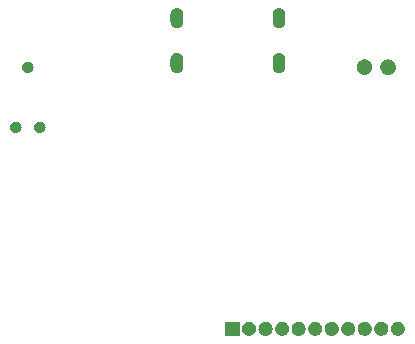
<source format=gbr>
%TF.GenerationSoftware,KiCad,Pcbnew,8.0.3*%
%TF.CreationDate,2024-07-26T16:59:45-04:00*%
%TF.ProjectId,Health_Watch,4865616c-7468-45f5-9761-7463682e6b69,rev?*%
%TF.SameCoordinates,Original*%
%TF.FileFunction,Soldermask,Bot*%
%TF.FilePolarity,Negative*%
%FSLAX46Y46*%
G04 Gerber Fmt 4.6, Leading zero omitted, Abs format (unit mm)*
G04 Created by KiCad (PCBNEW 8.0.3) date 2024-07-26 16:59:45*
%MOMM*%
%LPD*%
G01*
G04 APERTURE LIST*
G04 APERTURE END LIST*
G36*
X119300000Y-67700000D02*
G01*
X118100000Y-67700000D01*
X118100000Y-66500000D01*
X119300000Y-66500000D01*
X119300000Y-67700000D01*
G37*
G36*
X120138768Y-66505104D02*
G01*
X120172234Y-66505104D01*
X120210606Y-66514561D01*
X120255291Y-66520445D01*
X120285881Y-66533115D01*
X120312501Y-66539677D01*
X120352863Y-66560860D01*
X120400000Y-66580385D01*
X120421502Y-66596884D01*
X120440422Y-66606814D01*
X120479104Y-66641084D01*
X120524264Y-66675736D01*
X120537098Y-66692462D01*
X120548555Y-66702612D01*
X120581405Y-66750204D01*
X120619615Y-66800000D01*
X120625374Y-66813904D01*
X120630622Y-66821507D01*
X120653388Y-66881537D01*
X120679555Y-66944709D01*
X120680729Y-66953628D01*
X120681851Y-66956586D01*
X120690542Y-67028162D01*
X120700000Y-67100000D01*
X120690541Y-67171843D01*
X120681851Y-67243413D01*
X120680729Y-67246370D01*
X120679555Y-67255291D01*
X120653384Y-67318473D01*
X120630622Y-67378492D01*
X120625375Y-67386093D01*
X120619615Y-67400000D01*
X120581398Y-67449804D01*
X120548555Y-67497387D01*
X120537101Y-67507534D01*
X120524264Y-67524264D01*
X120479096Y-67558922D01*
X120440422Y-67593185D01*
X120421506Y-67603112D01*
X120400000Y-67619615D01*
X120352854Y-67639143D01*
X120312501Y-67660322D01*
X120285885Y-67666882D01*
X120255291Y-67679555D01*
X120210603Y-67685438D01*
X120172234Y-67694896D01*
X120138768Y-67694896D01*
X120100000Y-67700000D01*
X120061232Y-67694896D01*
X120027766Y-67694896D01*
X119989395Y-67685438D01*
X119944709Y-67679555D01*
X119914115Y-67666882D01*
X119887498Y-67660322D01*
X119847140Y-67639141D01*
X119800000Y-67619615D01*
X119778495Y-67603114D01*
X119759577Y-67593185D01*
X119720896Y-67558916D01*
X119675736Y-67524264D01*
X119662900Y-67507537D01*
X119651444Y-67497387D01*
X119618591Y-67449791D01*
X119580385Y-67400000D01*
X119574626Y-67386096D01*
X119569377Y-67378492D01*
X119546603Y-67318444D01*
X119520445Y-67255291D01*
X119519271Y-67246374D01*
X119518148Y-67243413D01*
X119509445Y-67171746D01*
X119500000Y-67100000D01*
X119509445Y-67028259D01*
X119518148Y-66956586D01*
X119519271Y-66953624D01*
X119520445Y-66944709D01*
X119546599Y-66881566D01*
X119569377Y-66821507D01*
X119574627Y-66813900D01*
X119580385Y-66800000D01*
X119618584Y-66750217D01*
X119651444Y-66702612D01*
X119662903Y-66692459D01*
X119675736Y-66675736D01*
X119720887Y-66641089D01*
X119759577Y-66606814D01*
X119778499Y-66596882D01*
X119800000Y-66580385D01*
X119847131Y-66560862D01*
X119887498Y-66539677D01*
X119914120Y-66533115D01*
X119944709Y-66520445D01*
X119989393Y-66514562D01*
X120027766Y-66505104D01*
X120061232Y-66505104D01*
X120100000Y-66500000D01*
X120138768Y-66505104D01*
G37*
G36*
X121538768Y-66505104D02*
G01*
X121572234Y-66505104D01*
X121610606Y-66514561D01*
X121655291Y-66520445D01*
X121685881Y-66533115D01*
X121712501Y-66539677D01*
X121752863Y-66560860D01*
X121800000Y-66580385D01*
X121821502Y-66596884D01*
X121840422Y-66606814D01*
X121879104Y-66641084D01*
X121924264Y-66675736D01*
X121937098Y-66692462D01*
X121948555Y-66702612D01*
X121981405Y-66750204D01*
X122019615Y-66800000D01*
X122025374Y-66813904D01*
X122030622Y-66821507D01*
X122053388Y-66881537D01*
X122079555Y-66944709D01*
X122080729Y-66953628D01*
X122081851Y-66956586D01*
X122090542Y-67028162D01*
X122100000Y-67100000D01*
X122090541Y-67171843D01*
X122081851Y-67243413D01*
X122080729Y-67246370D01*
X122079555Y-67255291D01*
X122053384Y-67318473D01*
X122030622Y-67378492D01*
X122025375Y-67386093D01*
X122019615Y-67400000D01*
X121981398Y-67449804D01*
X121948555Y-67497387D01*
X121937101Y-67507534D01*
X121924264Y-67524264D01*
X121879096Y-67558922D01*
X121840422Y-67593185D01*
X121821506Y-67603112D01*
X121800000Y-67619615D01*
X121752854Y-67639143D01*
X121712501Y-67660322D01*
X121685885Y-67666882D01*
X121655291Y-67679555D01*
X121610603Y-67685438D01*
X121572234Y-67694896D01*
X121538768Y-67694896D01*
X121500000Y-67700000D01*
X121461232Y-67694896D01*
X121427766Y-67694896D01*
X121389395Y-67685438D01*
X121344709Y-67679555D01*
X121314115Y-67666882D01*
X121287498Y-67660322D01*
X121247140Y-67639141D01*
X121200000Y-67619615D01*
X121178495Y-67603114D01*
X121159577Y-67593185D01*
X121120896Y-67558916D01*
X121075736Y-67524264D01*
X121062900Y-67507537D01*
X121051444Y-67497387D01*
X121018591Y-67449791D01*
X120980385Y-67400000D01*
X120974626Y-67386096D01*
X120969377Y-67378492D01*
X120946603Y-67318444D01*
X120920445Y-67255291D01*
X120919271Y-67246374D01*
X120918148Y-67243413D01*
X120909445Y-67171746D01*
X120900000Y-67100000D01*
X120909445Y-67028259D01*
X120918148Y-66956586D01*
X120919271Y-66953624D01*
X120920445Y-66944709D01*
X120946599Y-66881566D01*
X120969377Y-66821507D01*
X120974627Y-66813900D01*
X120980385Y-66800000D01*
X121018584Y-66750217D01*
X121051444Y-66702612D01*
X121062903Y-66692459D01*
X121075736Y-66675736D01*
X121120887Y-66641089D01*
X121159577Y-66606814D01*
X121178499Y-66596882D01*
X121200000Y-66580385D01*
X121247131Y-66560862D01*
X121287498Y-66539677D01*
X121314120Y-66533115D01*
X121344709Y-66520445D01*
X121389393Y-66514562D01*
X121427766Y-66505104D01*
X121461232Y-66505104D01*
X121500000Y-66500000D01*
X121538768Y-66505104D01*
G37*
G36*
X122938768Y-66505104D02*
G01*
X122972234Y-66505104D01*
X123010606Y-66514561D01*
X123055291Y-66520445D01*
X123085881Y-66533115D01*
X123112501Y-66539677D01*
X123152863Y-66560860D01*
X123200000Y-66580385D01*
X123221502Y-66596884D01*
X123240422Y-66606814D01*
X123279104Y-66641084D01*
X123324264Y-66675736D01*
X123337098Y-66692462D01*
X123348555Y-66702612D01*
X123381405Y-66750204D01*
X123419615Y-66800000D01*
X123425374Y-66813904D01*
X123430622Y-66821507D01*
X123453388Y-66881537D01*
X123479555Y-66944709D01*
X123480729Y-66953628D01*
X123481851Y-66956586D01*
X123490542Y-67028162D01*
X123500000Y-67100000D01*
X123490541Y-67171843D01*
X123481851Y-67243413D01*
X123480729Y-67246370D01*
X123479555Y-67255291D01*
X123453384Y-67318473D01*
X123430622Y-67378492D01*
X123425375Y-67386093D01*
X123419615Y-67400000D01*
X123381398Y-67449804D01*
X123348555Y-67497387D01*
X123337101Y-67507534D01*
X123324264Y-67524264D01*
X123279096Y-67558922D01*
X123240422Y-67593185D01*
X123221506Y-67603112D01*
X123200000Y-67619615D01*
X123152854Y-67639143D01*
X123112501Y-67660322D01*
X123085885Y-67666882D01*
X123055291Y-67679555D01*
X123010603Y-67685438D01*
X122972234Y-67694896D01*
X122938768Y-67694896D01*
X122900000Y-67700000D01*
X122861232Y-67694896D01*
X122827766Y-67694896D01*
X122789395Y-67685438D01*
X122744709Y-67679555D01*
X122714115Y-67666882D01*
X122687498Y-67660322D01*
X122647140Y-67639141D01*
X122600000Y-67619615D01*
X122578495Y-67603114D01*
X122559577Y-67593185D01*
X122520896Y-67558916D01*
X122475736Y-67524264D01*
X122462900Y-67507537D01*
X122451444Y-67497387D01*
X122418591Y-67449791D01*
X122380385Y-67400000D01*
X122374626Y-67386096D01*
X122369377Y-67378492D01*
X122346603Y-67318444D01*
X122320445Y-67255291D01*
X122319271Y-67246374D01*
X122318148Y-67243413D01*
X122309445Y-67171746D01*
X122300000Y-67100000D01*
X122309445Y-67028259D01*
X122318148Y-66956586D01*
X122319271Y-66953624D01*
X122320445Y-66944709D01*
X122346599Y-66881566D01*
X122369377Y-66821507D01*
X122374627Y-66813900D01*
X122380385Y-66800000D01*
X122418584Y-66750217D01*
X122451444Y-66702612D01*
X122462903Y-66692459D01*
X122475736Y-66675736D01*
X122520887Y-66641089D01*
X122559577Y-66606814D01*
X122578499Y-66596882D01*
X122600000Y-66580385D01*
X122647131Y-66560862D01*
X122687498Y-66539677D01*
X122714120Y-66533115D01*
X122744709Y-66520445D01*
X122789393Y-66514562D01*
X122827766Y-66505104D01*
X122861232Y-66505104D01*
X122900000Y-66500000D01*
X122938768Y-66505104D01*
G37*
G36*
X124338768Y-66505104D02*
G01*
X124372234Y-66505104D01*
X124410606Y-66514561D01*
X124455291Y-66520445D01*
X124485881Y-66533115D01*
X124512501Y-66539677D01*
X124552863Y-66560860D01*
X124600000Y-66580385D01*
X124621502Y-66596884D01*
X124640422Y-66606814D01*
X124679104Y-66641084D01*
X124724264Y-66675736D01*
X124737098Y-66692462D01*
X124748555Y-66702612D01*
X124781405Y-66750204D01*
X124819615Y-66800000D01*
X124825374Y-66813904D01*
X124830622Y-66821507D01*
X124853388Y-66881537D01*
X124879555Y-66944709D01*
X124880729Y-66953628D01*
X124881851Y-66956586D01*
X124890542Y-67028162D01*
X124900000Y-67100000D01*
X124890541Y-67171843D01*
X124881851Y-67243413D01*
X124880729Y-67246370D01*
X124879555Y-67255291D01*
X124853384Y-67318473D01*
X124830622Y-67378492D01*
X124825375Y-67386093D01*
X124819615Y-67400000D01*
X124781398Y-67449804D01*
X124748555Y-67497387D01*
X124737101Y-67507534D01*
X124724264Y-67524264D01*
X124679096Y-67558922D01*
X124640422Y-67593185D01*
X124621506Y-67603112D01*
X124600000Y-67619615D01*
X124552854Y-67639143D01*
X124512501Y-67660322D01*
X124485885Y-67666882D01*
X124455291Y-67679555D01*
X124410603Y-67685438D01*
X124372234Y-67694896D01*
X124338768Y-67694896D01*
X124300000Y-67700000D01*
X124261232Y-67694896D01*
X124227766Y-67694896D01*
X124189395Y-67685438D01*
X124144709Y-67679555D01*
X124114115Y-67666882D01*
X124087498Y-67660322D01*
X124047140Y-67639141D01*
X124000000Y-67619615D01*
X123978495Y-67603114D01*
X123959577Y-67593185D01*
X123920896Y-67558916D01*
X123875736Y-67524264D01*
X123862900Y-67507537D01*
X123851444Y-67497387D01*
X123818591Y-67449791D01*
X123780385Y-67400000D01*
X123774626Y-67386096D01*
X123769377Y-67378492D01*
X123746603Y-67318444D01*
X123720445Y-67255291D01*
X123719271Y-67246374D01*
X123718148Y-67243413D01*
X123709445Y-67171746D01*
X123700000Y-67100000D01*
X123709445Y-67028259D01*
X123718148Y-66956586D01*
X123719271Y-66953624D01*
X123720445Y-66944709D01*
X123746599Y-66881566D01*
X123769377Y-66821507D01*
X123774627Y-66813900D01*
X123780385Y-66800000D01*
X123818584Y-66750217D01*
X123851444Y-66702612D01*
X123862903Y-66692459D01*
X123875736Y-66675736D01*
X123920887Y-66641089D01*
X123959577Y-66606814D01*
X123978499Y-66596882D01*
X124000000Y-66580385D01*
X124047131Y-66560862D01*
X124087498Y-66539677D01*
X124114120Y-66533115D01*
X124144709Y-66520445D01*
X124189393Y-66514562D01*
X124227766Y-66505104D01*
X124261232Y-66505104D01*
X124300000Y-66500000D01*
X124338768Y-66505104D01*
G37*
G36*
X125738768Y-66505104D02*
G01*
X125772234Y-66505104D01*
X125810606Y-66514561D01*
X125855291Y-66520445D01*
X125885881Y-66533115D01*
X125912501Y-66539677D01*
X125952863Y-66560860D01*
X126000000Y-66580385D01*
X126021502Y-66596884D01*
X126040422Y-66606814D01*
X126079104Y-66641084D01*
X126124264Y-66675736D01*
X126137098Y-66692462D01*
X126148555Y-66702612D01*
X126181405Y-66750204D01*
X126219615Y-66800000D01*
X126225374Y-66813904D01*
X126230622Y-66821507D01*
X126253388Y-66881537D01*
X126279555Y-66944709D01*
X126280729Y-66953628D01*
X126281851Y-66956586D01*
X126290542Y-67028162D01*
X126300000Y-67100000D01*
X126290541Y-67171843D01*
X126281851Y-67243413D01*
X126280729Y-67246370D01*
X126279555Y-67255291D01*
X126253384Y-67318473D01*
X126230622Y-67378492D01*
X126225375Y-67386093D01*
X126219615Y-67400000D01*
X126181398Y-67449804D01*
X126148555Y-67497387D01*
X126137101Y-67507534D01*
X126124264Y-67524264D01*
X126079096Y-67558922D01*
X126040422Y-67593185D01*
X126021506Y-67603112D01*
X126000000Y-67619615D01*
X125952854Y-67639143D01*
X125912501Y-67660322D01*
X125885885Y-67666882D01*
X125855291Y-67679555D01*
X125810603Y-67685438D01*
X125772234Y-67694896D01*
X125738768Y-67694896D01*
X125700000Y-67700000D01*
X125661232Y-67694896D01*
X125627766Y-67694896D01*
X125589395Y-67685438D01*
X125544709Y-67679555D01*
X125514115Y-67666882D01*
X125487498Y-67660322D01*
X125447140Y-67639141D01*
X125400000Y-67619615D01*
X125378495Y-67603114D01*
X125359577Y-67593185D01*
X125320896Y-67558916D01*
X125275736Y-67524264D01*
X125262900Y-67507537D01*
X125251444Y-67497387D01*
X125218591Y-67449791D01*
X125180385Y-67400000D01*
X125174626Y-67386096D01*
X125169377Y-67378492D01*
X125146603Y-67318444D01*
X125120445Y-67255291D01*
X125119271Y-67246374D01*
X125118148Y-67243413D01*
X125109445Y-67171746D01*
X125100000Y-67100000D01*
X125109445Y-67028259D01*
X125118148Y-66956586D01*
X125119271Y-66953624D01*
X125120445Y-66944709D01*
X125146599Y-66881566D01*
X125169377Y-66821507D01*
X125174627Y-66813900D01*
X125180385Y-66800000D01*
X125218584Y-66750217D01*
X125251444Y-66702612D01*
X125262903Y-66692459D01*
X125275736Y-66675736D01*
X125320887Y-66641089D01*
X125359577Y-66606814D01*
X125378499Y-66596882D01*
X125400000Y-66580385D01*
X125447131Y-66560862D01*
X125487498Y-66539677D01*
X125514120Y-66533115D01*
X125544709Y-66520445D01*
X125589393Y-66514562D01*
X125627766Y-66505104D01*
X125661232Y-66505104D01*
X125700000Y-66500000D01*
X125738768Y-66505104D01*
G37*
G36*
X127138768Y-66505104D02*
G01*
X127172234Y-66505104D01*
X127210606Y-66514561D01*
X127255291Y-66520445D01*
X127285881Y-66533115D01*
X127312501Y-66539677D01*
X127352863Y-66560860D01*
X127400000Y-66580385D01*
X127421502Y-66596884D01*
X127440422Y-66606814D01*
X127479104Y-66641084D01*
X127524264Y-66675736D01*
X127537098Y-66692462D01*
X127548555Y-66702612D01*
X127581405Y-66750204D01*
X127619615Y-66800000D01*
X127625374Y-66813904D01*
X127630622Y-66821507D01*
X127653388Y-66881537D01*
X127679555Y-66944709D01*
X127680729Y-66953628D01*
X127681851Y-66956586D01*
X127690542Y-67028162D01*
X127700000Y-67100000D01*
X127690541Y-67171843D01*
X127681851Y-67243413D01*
X127680729Y-67246370D01*
X127679555Y-67255291D01*
X127653384Y-67318473D01*
X127630622Y-67378492D01*
X127625375Y-67386093D01*
X127619615Y-67400000D01*
X127581398Y-67449804D01*
X127548555Y-67497387D01*
X127537101Y-67507534D01*
X127524264Y-67524264D01*
X127479096Y-67558922D01*
X127440422Y-67593185D01*
X127421506Y-67603112D01*
X127400000Y-67619615D01*
X127352854Y-67639143D01*
X127312501Y-67660322D01*
X127285885Y-67666882D01*
X127255291Y-67679555D01*
X127210603Y-67685438D01*
X127172234Y-67694896D01*
X127138768Y-67694896D01*
X127100000Y-67700000D01*
X127061232Y-67694896D01*
X127027766Y-67694896D01*
X126989395Y-67685438D01*
X126944709Y-67679555D01*
X126914115Y-67666882D01*
X126887498Y-67660322D01*
X126847140Y-67639141D01*
X126800000Y-67619615D01*
X126778495Y-67603114D01*
X126759577Y-67593185D01*
X126720896Y-67558916D01*
X126675736Y-67524264D01*
X126662900Y-67507537D01*
X126651444Y-67497387D01*
X126618591Y-67449791D01*
X126580385Y-67400000D01*
X126574626Y-67386096D01*
X126569377Y-67378492D01*
X126546603Y-67318444D01*
X126520445Y-67255291D01*
X126519271Y-67246374D01*
X126518148Y-67243413D01*
X126509445Y-67171746D01*
X126500000Y-67100000D01*
X126509445Y-67028259D01*
X126518148Y-66956586D01*
X126519271Y-66953624D01*
X126520445Y-66944709D01*
X126546599Y-66881566D01*
X126569377Y-66821507D01*
X126574627Y-66813900D01*
X126580385Y-66800000D01*
X126618584Y-66750217D01*
X126651444Y-66702612D01*
X126662903Y-66692459D01*
X126675736Y-66675736D01*
X126720887Y-66641089D01*
X126759577Y-66606814D01*
X126778499Y-66596882D01*
X126800000Y-66580385D01*
X126847131Y-66560862D01*
X126887498Y-66539677D01*
X126914120Y-66533115D01*
X126944709Y-66520445D01*
X126989393Y-66514562D01*
X127027766Y-66505104D01*
X127061232Y-66505104D01*
X127100000Y-66500000D01*
X127138768Y-66505104D01*
G37*
G36*
X128538768Y-66505104D02*
G01*
X128572234Y-66505104D01*
X128610606Y-66514561D01*
X128655291Y-66520445D01*
X128685881Y-66533115D01*
X128712501Y-66539677D01*
X128752863Y-66560860D01*
X128800000Y-66580385D01*
X128821502Y-66596884D01*
X128840422Y-66606814D01*
X128879104Y-66641084D01*
X128924264Y-66675736D01*
X128937098Y-66692462D01*
X128948555Y-66702612D01*
X128981405Y-66750204D01*
X129019615Y-66800000D01*
X129025374Y-66813904D01*
X129030622Y-66821507D01*
X129053388Y-66881537D01*
X129079555Y-66944709D01*
X129080729Y-66953628D01*
X129081851Y-66956586D01*
X129090542Y-67028162D01*
X129100000Y-67100000D01*
X129090541Y-67171843D01*
X129081851Y-67243413D01*
X129080729Y-67246370D01*
X129079555Y-67255291D01*
X129053384Y-67318473D01*
X129030622Y-67378492D01*
X129025375Y-67386093D01*
X129019615Y-67400000D01*
X128981398Y-67449804D01*
X128948555Y-67497387D01*
X128937101Y-67507534D01*
X128924264Y-67524264D01*
X128879096Y-67558922D01*
X128840422Y-67593185D01*
X128821506Y-67603112D01*
X128800000Y-67619615D01*
X128752854Y-67639143D01*
X128712501Y-67660322D01*
X128685885Y-67666882D01*
X128655291Y-67679555D01*
X128610603Y-67685438D01*
X128572234Y-67694896D01*
X128538768Y-67694896D01*
X128500000Y-67700000D01*
X128461232Y-67694896D01*
X128427766Y-67694896D01*
X128389395Y-67685438D01*
X128344709Y-67679555D01*
X128314115Y-67666882D01*
X128287498Y-67660322D01*
X128247140Y-67639141D01*
X128200000Y-67619615D01*
X128178495Y-67603114D01*
X128159577Y-67593185D01*
X128120896Y-67558916D01*
X128075736Y-67524264D01*
X128062900Y-67507537D01*
X128051444Y-67497387D01*
X128018591Y-67449791D01*
X127980385Y-67400000D01*
X127974626Y-67386096D01*
X127969377Y-67378492D01*
X127946603Y-67318444D01*
X127920445Y-67255291D01*
X127919271Y-67246374D01*
X127918148Y-67243413D01*
X127909445Y-67171746D01*
X127900000Y-67100000D01*
X127909445Y-67028259D01*
X127918148Y-66956586D01*
X127919271Y-66953624D01*
X127920445Y-66944709D01*
X127946599Y-66881566D01*
X127969377Y-66821507D01*
X127974627Y-66813900D01*
X127980385Y-66800000D01*
X128018584Y-66750217D01*
X128051444Y-66702612D01*
X128062903Y-66692459D01*
X128075736Y-66675736D01*
X128120887Y-66641089D01*
X128159577Y-66606814D01*
X128178499Y-66596882D01*
X128200000Y-66580385D01*
X128247131Y-66560862D01*
X128287498Y-66539677D01*
X128314120Y-66533115D01*
X128344709Y-66520445D01*
X128389393Y-66514562D01*
X128427766Y-66505104D01*
X128461232Y-66505104D01*
X128500000Y-66500000D01*
X128538768Y-66505104D01*
G37*
G36*
X129938768Y-66505104D02*
G01*
X129972234Y-66505104D01*
X130010606Y-66514561D01*
X130055291Y-66520445D01*
X130085881Y-66533115D01*
X130112501Y-66539677D01*
X130152863Y-66560860D01*
X130200000Y-66580385D01*
X130221502Y-66596884D01*
X130240422Y-66606814D01*
X130279104Y-66641084D01*
X130324264Y-66675736D01*
X130337098Y-66692462D01*
X130348555Y-66702612D01*
X130381405Y-66750204D01*
X130419615Y-66800000D01*
X130425374Y-66813904D01*
X130430622Y-66821507D01*
X130453388Y-66881537D01*
X130479555Y-66944709D01*
X130480729Y-66953628D01*
X130481851Y-66956586D01*
X130490542Y-67028162D01*
X130500000Y-67100000D01*
X130490541Y-67171843D01*
X130481851Y-67243413D01*
X130480729Y-67246370D01*
X130479555Y-67255291D01*
X130453384Y-67318473D01*
X130430622Y-67378492D01*
X130425375Y-67386093D01*
X130419615Y-67400000D01*
X130381398Y-67449804D01*
X130348555Y-67497387D01*
X130337101Y-67507534D01*
X130324264Y-67524264D01*
X130279096Y-67558922D01*
X130240422Y-67593185D01*
X130221506Y-67603112D01*
X130200000Y-67619615D01*
X130152854Y-67639143D01*
X130112501Y-67660322D01*
X130085885Y-67666882D01*
X130055291Y-67679555D01*
X130010603Y-67685438D01*
X129972234Y-67694896D01*
X129938768Y-67694896D01*
X129900000Y-67700000D01*
X129861232Y-67694896D01*
X129827766Y-67694896D01*
X129789395Y-67685438D01*
X129744709Y-67679555D01*
X129714115Y-67666882D01*
X129687498Y-67660322D01*
X129647140Y-67639141D01*
X129600000Y-67619615D01*
X129578495Y-67603114D01*
X129559577Y-67593185D01*
X129520896Y-67558916D01*
X129475736Y-67524264D01*
X129462900Y-67507537D01*
X129451444Y-67497387D01*
X129418591Y-67449791D01*
X129380385Y-67400000D01*
X129374626Y-67386096D01*
X129369377Y-67378492D01*
X129346603Y-67318444D01*
X129320445Y-67255291D01*
X129319271Y-67246374D01*
X129318148Y-67243413D01*
X129309445Y-67171746D01*
X129300000Y-67100000D01*
X129309445Y-67028259D01*
X129318148Y-66956586D01*
X129319271Y-66953624D01*
X129320445Y-66944709D01*
X129346599Y-66881566D01*
X129369377Y-66821507D01*
X129374627Y-66813900D01*
X129380385Y-66800000D01*
X129418584Y-66750217D01*
X129451444Y-66702612D01*
X129462903Y-66692459D01*
X129475736Y-66675736D01*
X129520887Y-66641089D01*
X129559577Y-66606814D01*
X129578499Y-66596882D01*
X129600000Y-66580385D01*
X129647131Y-66560862D01*
X129687498Y-66539677D01*
X129714120Y-66533115D01*
X129744709Y-66520445D01*
X129789393Y-66514562D01*
X129827766Y-66505104D01*
X129861232Y-66505104D01*
X129900000Y-66500000D01*
X129938768Y-66505104D01*
G37*
G36*
X131338768Y-66505104D02*
G01*
X131372234Y-66505104D01*
X131410606Y-66514561D01*
X131455291Y-66520445D01*
X131485881Y-66533115D01*
X131512501Y-66539677D01*
X131552863Y-66560860D01*
X131600000Y-66580385D01*
X131621502Y-66596884D01*
X131640422Y-66606814D01*
X131679104Y-66641084D01*
X131724264Y-66675736D01*
X131737098Y-66692462D01*
X131748555Y-66702612D01*
X131781405Y-66750204D01*
X131819615Y-66800000D01*
X131825374Y-66813904D01*
X131830622Y-66821507D01*
X131853388Y-66881537D01*
X131879555Y-66944709D01*
X131880729Y-66953628D01*
X131881851Y-66956586D01*
X131890542Y-67028162D01*
X131900000Y-67100000D01*
X131890541Y-67171843D01*
X131881851Y-67243413D01*
X131880729Y-67246370D01*
X131879555Y-67255291D01*
X131853384Y-67318473D01*
X131830622Y-67378492D01*
X131825375Y-67386093D01*
X131819615Y-67400000D01*
X131781398Y-67449804D01*
X131748555Y-67497387D01*
X131737101Y-67507534D01*
X131724264Y-67524264D01*
X131679096Y-67558922D01*
X131640422Y-67593185D01*
X131621506Y-67603112D01*
X131600000Y-67619615D01*
X131552854Y-67639143D01*
X131512501Y-67660322D01*
X131485885Y-67666882D01*
X131455291Y-67679555D01*
X131410603Y-67685438D01*
X131372234Y-67694896D01*
X131338768Y-67694896D01*
X131300000Y-67700000D01*
X131261232Y-67694896D01*
X131227766Y-67694896D01*
X131189395Y-67685438D01*
X131144709Y-67679555D01*
X131114115Y-67666882D01*
X131087498Y-67660322D01*
X131047140Y-67639141D01*
X131000000Y-67619615D01*
X130978495Y-67603114D01*
X130959577Y-67593185D01*
X130920896Y-67558916D01*
X130875736Y-67524264D01*
X130862900Y-67507537D01*
X130851444Y-67497387D01*
X130818591Y-67449791D01*
X130780385Y-67400000D01*
X130774626Y-67386096D01*
X130769377Y-67378492D01*
X130746603Y-67318444D01*
X130720445Y-67255291D01*
X130719271Y-67246374D01*
X130718148Y-67243413D01*
X130709445Y-67171746D01*
X130700000Y-67100000D01*
X130709445Y-67028259D01*
X130718148Y-66956586D01*
X130719271Y-66953624D01*
X130720445Y-66944709D01*
X130746599Y-66881566D01*
X130769377Y-66821507D01*
X130774627Y-66813900D01*
X130780385Y-66800000D01*
X130818584Y-66750217D01*
X130851444Y-66702612D01*
X130862903Y-66692459D01*
X130875736Y-66675736D01*
X130920887Y-66641089D01*
X130959577Y-66606814D01*
X130978499Y-66596882D01*
X131000000Y-66580385D01*
X131047131Y-66560862D01*
X131087498Y-66539677D01*
X131114120Y-66533115D01*
X131144709Y-66520445D01*
X131189393Y-66514562D01*
X131227766Y-66505104D01*
X131261232Y-66505104D01*
X131300000Y-66500000D01*
X131338768Y-66505104D01*
G37*
G36*
X132738768Y-66505104D02*
G01*
X132772234Y-66505104D01*
X132810606Y-66514561D01*
X132855291Y-66520445D01*
X132885881Y-66533115D01*
X132912501Y-66539677D01*
X132952863Y-66560860D01*
X133000000Y-66580385D01*
X133021502Y-66596884D01*
X133040422Y-66606814D01*
X133079104Y-66641084D01*
X133124264Y-66675736D01*
X133137098Y-66692462D01*
X133148555Y-66702612D01*
X133181405Y-66750204D01*
X133219615Y-66800000D01*
X133225374Y-66813904D01*
X133230622Y-66821507D01*
X133253388Y-66881537D01*
X133279555Y-66944709D01*
X133280729Y-66953628D01*
X133281851Y-66956586D01*
X133290542Y-67028162D01*
X133300000Y-67100000D01*
X133290541Y-67171843D01*
X133281851Y-67243413D01*
X133280729Y-67246370D01*
X133279555Y-67255291D01*
X133253384Y-67318473D01*
X133230622Y-67378492D01*
X133225375Y-67386093D01*
X133219615Y-67400000D01*
X133181398Y-67449804D01*
X133148555Y-67497387D01*
X133137101Y-67507534D01*
X133124264Y-67524264D01*
X133079096Y-67558922D01*
X133040422Y-67593185D01*
X133021506Y-67603112D01*
X133000000Y-67619615D01*
X132952854Y-67639143D01*
X132912501Y-67660322D01*
X132885885Y-67666882D01*
X132855291Y-67679555D01*
X132810603Y-67685438D01*
X132772234Y-67694896D01*
X132738768Y-67694896D01*
X132700000Y-67700000D01*
X132661232Y-67694896D01*
X132627766Y-67694896D01*
X132589395Y-67685438D01*
X132544709Y-67679555D01*
X132514115Y-67666882D01*
X132487498Y-67660322D01*
X132447140Y-67639141D01*
X132400000Y-67619615D01*
X132378495Y-67603114D01*
X132359577Y-67593185D01*
X132320896Y-67558916D01*
X132275736Y-67524264D01*
X132262900Y-67507537D01*
X132251444Y-67497387D01*
X132218591Y-67449791D01*
X132180385Y-67400000D01*
X132174626Y-67386096D01*
X132169377Y-67378492D01*
X132146603Y-67318444D01*
X132120445Y-67255291D01*
X132119271Y-67246374D01*
X132118148Y-67243413D01*
X132109445Y-67171746D01*
X132100000Y-67100000D01*
X132109445Y-67028259D01*
X132118148Y-66956586D01*
X132119271Y-66953624D01*
X132120445Y-66944709D01*
X132146599Y-66881566D01*
X132169377Y-66821507D01*
X132174627Y-66813900D01*
X132180385Y-66800000D01*
X132218584Y-66750217D01*
X132251444Y-66702612D01*
X132262903Y-66692459D01*
X132275736Y-66675736D01*
X132320887Y-66641089D01*
X132359577Y-66606814D01*
X132378499Y-66596882D01*
X132400000Y-66580385D01*
X132447131Y-66560862D01*
X132487498Y-66539677D01*
X132514120Y-66533115D01*
X132544709Y-66520445D01*
X132589393Y-66514562D01*
X132627766Y-66505104D01*
X132661232Y-66505104D01*
X132700000Y-66500000D01*
X132738768Y-66505104D01*
G37*
G36*
X100381736Y-49559741D02*
G01*
X100420489Y-49559741D01*
X100451984Y-49568988D01*
X100477971Y-49572410D01*
X100512876Y-49586868D01*
X100555755Y-49599459D01*
X100578390Y-49614005D01*
X100597219Y-49621805D01*
X100631720Y-49648279D01*
X100674353Y-49675677D01*
X100688095Y-49691536D01*
X100699619Y-49700379D01*
X100729497Y-49739318D01*
X100766673Y-49782221D01*
X100772928Y-49795918D01*
X100778195Y-49802782D01*
X100798991Y-49852988D01*
X100825237Y-49910458D01*
X100826534Y-49919482D01*
X100827589Y-49922028D01*
X100835060Y-49978780D01*
X100845300Y-50050000D01*
X100835059Y-50121225D01*
X100827589Y-50177971D01*
X100826534Y-50180516D01*
X100825237Y-50189542D01*
X100798985Y-50247023D01*
X100778194Y-50297219D01*
X100772928Y-50304080D01*
X100766673Y-50317779D01*
X100729488Y-50360692D01*
X100699619Y-50399619D01*
X100688100Y-50408457D01*
X100674353Y-50424323D01*
X100631710Y-50451727D01*
X100597219Y-50478194D01*
X100578394Y-50485991D01*
X100555755Y-50500541D01*
X100512868Y-50513133D01*
X100477971Y-50527589D01*
X100451990Y-50531009D01*
X100420489Y-50540259D01*
X100381729Y-50540259D01*
X100350000Y-50544436D01*
X100318271Y-50540259D01*
X100279511Y-50540259D01*
X100248010Y-50531009D01*
X100222028Y-50527589D01*
X100187127Y-50513132D01*
X100144245Y-50500541D01*
X100121607Y-50485992D01*
X100102780Y-50478194D01*
X100068283Y-50451723D01*
X100025647Y-50424323D01*
X100011901Y-50408460D01*
X100000380Y-50399619D01*
X99970502Y-50360682D01*
X99933327Y-50317779D01*
X99927072Y-50304083D01*
X99921805Y-50297219D01*
X99901003Y-50247000D01*
X99874763Y-50189542D01*
X99873465Y-50180519D01*
X99872410Y-50177971D01*
X99864928Y-50121143D01*
X99854700Y-50050000D01*
X99864927Y-49978862D01*
X99872410Y-49922028D01*
X99873466Y-49919478D01*
X99874763Y-49910458D01*
X99900997Y-49853012D01*
X99921804Y-49802782D01*
X99927072Y-49795915D01*
X99933327Y-49782221D01*
X99970497Y-49739323D01*
X100000380Y-49700380D01*
X100011904Y-49691537D01*
X100025647Y-49675677D01*
X100068278Y-49648279D01*
X100102782Y-49621804D01*
X100121612Y-49614004D01*
X100144245Y-49599459D01*
X100187119Y-49586869D01*
X100222028Y-49572410D01*
X100248016Y-49568988D01*
X100279511Y-49559741D01*
X100318263Y-49559741D01*
X100350000Y-49555563D01*
X100381736Y-49559741D01*
G37*
G36*
X102413736Y-49559741D02*
G01*
X102452489Y-49559741D01*
X102483984Y-49568988D01*
X102509971Y-49572410D01*
X102544876Y-49586868D01*
X102587755Y-49599459D01*
X102610390Y-49614005D01*
X102629219Y-49621805D01*
X102663720Y-49648279D01*
X102706353Y-49675677D01*
X102720095Y-49691536D01*
X102731619Y-49700379D01*
X102761497Y-49739318D01*
X102798673Y-49782221D01*
X102804928Y-49795918D01*
X102810195Y-49802782D01*
X102830991Y-49852988D01*
X102857237Y-49910458D01*
X102858534Y-49919482D01*
X102859589Y-49922028D01*
X102867060Y-49978780D01*
X102877300Y-50050000D01*
X102867059Y-50121225D01*
X102859589Y-50177971D01*
X102858534Y-50180516D01*
X102857237Y-50189542D01*
X102830985Y-50247023D01*
X102810194Y-50297219D01*
X102804928Y-50304080D01*
X102798673Y-50317779D01*
X102761488Y-50360692D01*
X102731619Y-50399619D01*
X102720100Y-50408457D01*
X102706353Y-50424323D01*
X102663710Y-50451727D01*
X102629219Y-50478194D01*
X102610394Y-50485991D01*
X102587755Y-50500541D01*
X102544868Y-50513133D01*
X102509971Y-50527589D01*
X102483990Y-50531009D01*
X102452489Y-50540259D01*
X102413729Y-50540259D01*
X102382000Y-50544436D01*
X102350271Y-50540259D01*
X102311511Y-50540259D01*
X102280010Y-50531009D01*
X102254028Y-50527589D01*
X102219127Y-50513132D01*
X102176245Y-50500541D01*
X102153607Y-50485992D01*
X102134780Y-50478194D01*
X102100283Y-50451723D01*
X102057647Y-50424323D01*
X102043901Y-50408460D01*
X102032380Y-50399619D01*
X102002502Y-50360682D01*
X101965327Y-50317779D01*
X101959072Y-50304083D01*
X101953805Y-50297219D01*
X101933003Y-50247000D01*
X101906763Y-50189542D01*
X101905465Y-50180519D01*
X101904410Y-50177971D01*
X101896928Y-50121143D01*
X101886700Y-50050000D01*
X101896927Y-49978862D01*
X101904410Y-49922028D01*
X101905466Y-49919478D01*
X101906763Y-49910458D01*
X101932997Y-49853012D01*
X101953804Y-49802782D01*
X101959072Y-49795915D01*
X101965327Y-49782221D01*
X102002497Y-49739323D01*
X102032380Y-49700380D01*
X102043904Y-49691537D01*
X102057647Y-49675677D01*
X102100278Y-49648279D01*
X102134782Y-49621804D01*
X102153612Y-49614004D01*
X102176245Y-49599459D01*
X102219119Y-49586869D01*
X102254028Y-49572410D01*
X102280016Y-49568988D01*
X102311511Y-49559741D01*
X102350263Y-49559741D01*
X102382000Y-49555563D01*
X102413736Y-49559741D01*
G37*
G36*
X129912124Y-44294415D02*
G01*
X129954601Y-44294415D01*
X129990370Y-44303231D01*
X130021812Y-44306774D01*
X130062484Y-44321005D01*
X130109180Y-44332515D01*
X130136789Y-44347005D01*
X130161257Y-44355567D01*
X130202606Y-44381548D01*
X130250149Y-44406501D01*
X130269253Y-44423426D01*
X130286358Y-44434174D01*
X130324981Y-44472797D01*
X130369315Y-44512074D01*
X130380584Y-44528400D01*
X130390824Y-44538640D01*
X130423018Y-44589876D01*
X130459754Y-44643097D01*
X130464770Y-44656323D01*
X130469431Y-44663741D01*
X130491464Y-44726711D01*
X130516209Y-44791956D01*
X130517226Y-44800334D01*
X130518224Y-44803186D01*
X130526613Y-44877646D01*
X130535399Y-44950000D01*
X130526612Y-45022359D01*
X130518224Y-45096813D01*
X130517226Y-45099663D01*
X130516209Y-45108044D01*
X130491460Y-45173300D01*
X130469431Y-45236258D01*
X130464771Y-45243674D01*
X130459754Y-45256903D01*
X130423011Y-45310134D01*
X130390824Y-45361359D01*
X130380586Y-45371596D01*
X130369315Y-45387926D01*
X130324972Y-45427210D01*
X130286358Y-45465825D01*
X130269257Y-45476569D01*
X130250149Y-45493499D01*
X130202596Y-45518456D01*
X130161257Y-45544432D01*
X130136795Y-45552991D01*
X130109180Y-45567485D01*
X130062475Y-45578996D01*
X130021812Y-45593225D01*
X129990378Y-45596766D01*
X129954601Y-45605585D01*
X129912115Y-45605585D01*
X129874999Y-45609767D01*
X129837883Y-45605585D01*
X129795397Y-45605585D01*
X129759620Y-45596766D01*
X129728185Y-45593225D01*
X129687519Y-45578995D01*
X129640818Y-45567485D01*
X129613204Y-45552992D01*
X129588740Y-45544432D01*
X129547395Y-45518453D01*
X129499849Y-45493499D01*
X129480742Y-45476572D01*
X129463639Y-45465825D01*
X129425016Y-45427202D01*
X129380683Y-45387926D01*
X129369413Y-45371599D01*
X129359173Y-45361359D01*
X129326975Y-45310117D01*
X129290244Y-45256903D01*
X129285228Y-45243678D01*
X129280566Y-45236258D01*
X129258524Y-45173266D01*
X129233789Y-45108044D01*
X129232771Y-45099667D01*
X129231773Y-45096813D01*
X129223371Y-45022245D01*
X129214599Y-44950000D01*
X129223370Y-44877760D01*
X129231773Y-44803186D01*
X129232772Y-44800330D01*
X129233789Y-44791956D01*
X129258520Y-44726745D01*
X129280566Y-44663741D01*
X129285229Y-44656319D01*
X129290244Y-44643097D01*
X129326968Y-44589892D01*
X129359173Y-44538640D01*
X129369416Y-44528396D01*
X129380683Y-44512074D01*
X129425007Y-44472805D01*
X129463639Y-44434174D01*
X129480746Y-44423424D01*
X129499849Y-44406501D01*
X129547385Y-44381551D01*
X129588740Y-44355567D01*
X129613210Y-44347004D01*
X129640818Y-44332515D01*
X129687509Y-44321006D01*
X129728185Y-44306774D01*
X129759627Y-44303231D01*
X129795397Y-44294415D01*
X129837874Y-44294415D01*
X129874999Y-44290232D01*
X129912124Y-44294415D01*
G37*
G36*
X131912125Y-44294415D02*
G01*
X131954602Y-44294415D01*
X131990371Y-44303231D01*
X132021813Y-44306774D01*
X132062485Y-44321005D01*
X132109181Y-44332515D01*
X132136790Y-44347005D01*
X132161258Y-44355567D01*
X132202607Y-44381548D01*
X132250150Y-44406501D01*
X132269254Y-44423426D01*
X132286359Y-44434174D01*
X132324982Y-44472797D01*
X132369316Y-44512074D01*
X132380585Y-44528400D01*
X132390825Y-44538640D01*
X132423019Y-44589876D01*
X132459755Y-44643097D01*
X132464771Y-44656323D01*
X132469432Y-44663741D01*
X132491465Y-44726711D01*
X132516210Y-44791956D01*
X132517227Y-44800334D01*
X132518225Y-44803186D01*
X132526614Y-44877646D01*
X132535400Y-44950000D01*
X132526613Y-45022359D01*
X132518225Y-45096813D01*
X132517227Y-45099663D01*
X132516210Y-45108044D01*
X132491461Y-45173300D01*
X132469432Y-45236258D01*
X132464772Y-45243674D01*
X132459755Y-45256903D01*
X132423012Y-45310134D01*
X132390825Y-45361359D01*
X132380587Y-45371596D01*
X132369316Y-45387926D01*
X132324973Y-45427210D01*
X132286359Y-45465825D01*
X132269258Y-45476569D01*
X132250150Y-45493499D01*
X132202597Y-45518456D01*
X132161258Y-45544432D01*
X132136796Y-45552991D01*
X132109181Y-45567485D01*
X132062476Y-45578996D01*
X132021813Y-45593225D01*
X131990379Y-45596766D01*
X131954602Y-45605585D01*
X131912116Y-45605585D01*
X131875000Y-45609767D01*
X131837884Y-45605585D01*
X131795398Y-45605585D01*
X131759621Y-45596766D01*
X131728186Y-45593225D01*
X131687520Y-45578995D01*
X131640819Y-45567485D01*
X131613205Y-45552992D01*
X131588741Y-45544432D01*
X131547396Y-45518453D01*
X131499850Y-45493499D01*
X131480743Y-45476572D01*
X131463640Y-45465825D01*
X131425017Y-45427202D01*
X131380684Y-45387926D01*
X131369414Y-45371599D01*
X131359174Y-45361359D01*
X131326976Y-45310117D01*
X131290245Y-45256903D01*
X131285229Y-45243678D01*
X131280567Y-45236258D01*
X131258525Y-45173266D01*
X131233790Y-45108044D01*
X131232772Y-45099667D01*
X131231774Y-45096813D01*
X131223372Y-45022245D01*
X131214600Y-44950000D01*
X131223371Y-44877760D01*
X131231774Y-44803186D01*
X131232773Y-44800330D01*
X131233790Y-44791956D01*
X131258521Y-44726745D01*
X131280567Y-44663741D01*
X131285230Y-44656319D01*
X131290245Y-44643097D01*
X131326969Y-44589892D01*
X131359174Y-44538640D01*
X131369417Y-44528396D01*
X131380684Y-44512074D01*
X131425008Y-44472805D01*
X131463640Y-44434174D01*
X131480747Y-44423424D01*
X131499850Y-44406501D01*
X131547386Y-44381551D01*
X131588741Y-44355567D01*
X131613211Y-44347004D01*
X131640819Y-44332515D01*
X131687510Y-44321006D01*
X131728186Y-44306774D01*
X131759628Y-44303231D01*
X131795398Y-44294415D01*
X131837875Y-44294415D01*
X131875000Y-44290232D01*
X131912125Y-44294415D01*
G37*
G36*
X101397736Y-44479741D02*
G01*
X101436489Y-44479741D01*
X101467984Y-44488988D01*
X101493971Y-44492410D01*
X101528876Y-44506868D01*
X101571755Y-44519459D01*
X101594390Y-44534005D01*
X101613219Y-44541805D01*
X101647720Y-44568279D01*
X101690353Y-44595677D01*
X101704095Y-44611536D01*
X101715619Y-44620379D01*
X101745497Y-44659318D01*
X101782673Y-44702221D01*
X101788928Y-44715918D01*
X101794195Y-44722782D01*
X101814991Y-44772988D01*
X101841237Y-44830458D01*
X101842534Y-44839482D01*
X101843589Y-44842028D01*
X101851060Y-44898780D01*
X101861300Y-44970000D01*
X101851059Y-45041225D01*
X101843589Y-45097971D01*
X101842534Y-45100516D01*
X101841237Y-45109542D01*
X101814985Y-45167023D01*
X101794194Y-45217219D01*
X101788928Y-45224080D01*
X101782673Y-45237779D01*
X101745488Y-45280692D01*
X101715619Y-45319619D01*
X101704100Y-45328457D01*
X101690353Y-45344323D01*
X101647710Y-45371727D01*
X101613219Y-45398194D01*
X101594394Y-45405991D01*
X101571755Y-45420541D01*
X101528868Y-45433133D01*
X101493971Y-45447589D01*
X101467990Y-45451009D01*
X101436489Y-45460259D01*
X101397729Y-45460259D01*
X101366000Y-45464436D01*
X101334271Y-45460259D01*
X101295511Y-45460259D01*
X101264010Y-45451009D01*
X101238028Y-45447589D01*
X101203127Y-45433132D01*
X101160245Y-45420541D01*
X101137607Y-45405992D01*
X101118780Y-45398194D01*
X101084283Y-45371723D01*
X101041647Y-45344323D01*
X101027901Y-45328460D01*
X101016380Y-45319619D01*
X100986502Y-45280682D01*
X100949327Y-45237779D01*
X100943072Y-45224083D01*
X100937805Y-45217219D01*
X100917003Y-45167000D01*
X100890763Y-45109542D01*
X100889465Y-45100519D01*
X100888410Y-45097971D01*
X100880928Y-45041143D01*
X100870700Y-44970000D01*
X100880927Y-44898862D01*
X100888410Y-44842028D01*
X100889466Y-44839478D01*
X100890763Y-44830458D01*
X100916997Y-44773012D01*
X100937804Y-44722782D01*
X100943072Y-44715915D01*
X100949327Y-44702221D01*
X100986497Y-44659323D01*
X101016380Y-44620380D01*
X101027904Y-44611537D01*
X101041647Y-44595677D01*
X101084278Y-44568279D01*
X101118782Y-44541804D01*
X101137612Y-44534004D01*
X101160245Y-44519459D01*
X101203119Y-44506869D01*
X101238028Y-44492410D01*
X101264016Y-44488988D01*
X101295511Y-44479741D01*
X101334263Y-44479741D01*
X101366000Y-44475563D01*
X101397736Y-44479741D01*
G37*
G36*
X114061777Y-43754705D02*
G01*
X114071789Y-43754705D01*
X114100636Y-43762434D01*
X114159518Y-43774147D01*
X114187310Y-43785658D01*
X114210476Y-43791866D01*
X114231242Y-43803855D01*
X114259041Y-43815370D01*
X114308975Y-43848735D01*
X114334819Y-43863656D01*
X114341892Y-43870729D01*
X114348607Y-43875216D01*
X114424783Y-43951392D01*
X114429269Y-43958106D01*
X114436344Y-43965181D01*
X114451266Y-43991027D01*
X114484629Y-44040958D01*
X114496142Y-44068753D01*
X114508134Y-44089524D01*
X114514342Y-44112693D01*
X114525852Y-44140481D01*
X114537563Y-44199356D01*
X114545295Y-44228211D01*
X114545367Y-44238589D01*
X114546916Y-44246373D01*
X114549988Y-44897774D01*
X114549984Y-44897837D01*
X114550000Y-44900000D01*
X114549514Y-44907402D01*
X114547351Y-44951436D01*
X114546274Y-44956849D01*
X114545295Y-44971789D01*
X114537561Y-45000651D01*
X114525852Y-45059518D01*
X114514342Y-45087303D01*
X114508134Y-45110476D01*
X114496140Y-45131249D01*
X114484629Y-45159041D01*
X114451271Y-45208964D01*
X114436344Y-45234819D01*
X114429267Y-45241895D01*
X114424783Y-45248607D01*
X114348607Y-45324783D01*
X114341895Y-45329267D01*
X114334819Y-45336344D01*
X114308964Y-45351271D01*
X114259041Y-45384629D01*
X114231249Y-45396140D01*
X114210476Y-45408134D01*
X114187303Y-45414342D01*
X114159518Y-45425852D01*
X114100643Y-45437563D01*
X114071789Y-45445295D01*
X114061777Y-45445295D01*
X114053859Y-45446870D01*
X113946141Y-45446870D01*
X113938223Y-45445295D01*
X113928211Y-45445295D01*
X113899357Y-45437563D01*
X113840481Y-45425852D01*
X113812693Y-45414342D01*
X113789524Y-45408134D01*
X113768753Y-45396142D01*
X113740958Y-45384629D01*
X113691027Y-45351266D01*
X113665181Y-45336344D01*
X113658106Y-45329269D01*
X113651392Y-45324783D01*
X113575216Y-45248607D01*
X113570729Y-45241892D01*
X113563656Y-45234819D01*
X113548735Y-45208975D01*
X113515370Y-45159041D01*
X113503855Y-45131242D01*
X113491866Y-45110476D01*
X113485658Y-45087310D01*
X113474147Y-45059518D01*
X113462433Y-45000631D01*
X113454705Y-44971789D01*
X113454632Y-44961414D01*
X113453083Y-44953626D01*
X113450011Y-44302225D01*
X113450015Y-44302143D01*
X113450000Y-44300000D01*
X113450480Y-44292661D01*
X113452648Y-44248563D01*
X113453726Y-44243141D01*
X113454705Y-44228211D01*
X113462433Y-44199366D01*
X113474147Y-44140481D01*
X113485659Y-44112686D01*
X113491866Y-44089524D01*
X113503854Y-44068759D01*
X113515370Y-44040958D01*
X113548739Y-43991016D01*
X113563656Y-43965181D01*
X113570727Y-43958109D01*
X113575216Y-43951392D01*
X113651392Y-43875216D01*
X113658109Y-43870727D01*
X113665181Y-43863656D01*
X113691016Y-43848739D01*
X113740958Y-43815370D01*
X113768759Y-43803854D01*
X113789524Y-43791866D01*
X113812686Y-43785659D01*
X113840481Y-43774147D01*
X113899364Y-43762434D01*
X113928211Y-43754705D01*
X113938223Y-43754705D01*
X113946141Y-43753130D01*
X114053859Y-43753130D01*
X114061777Y-43754705D01*
G37*
G36*
X122701777Y-43754705D02*
G01*
X122711789Y-43754705D01*
X122740636Y-43762434D01*
X122799518Y-43774147D01*
X122827310Y-43785658D01*
X122850476Y-43791866D01*
X122871242Y-43803855D01*
X122899041Y-43815370D01*
X122948975Y-43848735D01*
X122974819Y-43863656D01*
X122981892Y-43870729D01*
X122988607Y-43875216D01*
X123064783Y-43951392D01*
X123069269Y-43958106D01*
X123076344Y-43965181D01*
X123091266Y-43991027D01*
X123124629Y-44040958D01*
X123136142Y-44068753D01*
X123148134Y-44089524D01*
X123154342Y-44112693D01*
X123165852Y-44140481D01*
X123177563Y-44199356D01*
X123185295Y-44228211D01*
X123185367Y-44238589D01*
X123186916Y-44246373D01*
X123189988Y-44897774D01*
X123189984Y-44897837D01*
X123190000Y-44900000D01*
X123189514Y-44907402D01*
X123187351Y-44951436D01*
X123186274Y-44956849D01*
X123185295Y-44971789D01*
X123177561Y-45000651D01*
X123165852Y-45059518D01*
X123154342Y-45087303D01*
X123148134Y-45110476D01*
X123136140Y-45131249D01*
X123124629Y-45159041D01*
X123091271Y-45208964D01*
X123076344Y-45234819D01*
X123069267Y-45241895D01*
X123064783Y-45248607D01*
X122988607Y-45324783D01*
X122981895Y-45329267D01*
X122974819Y-45336344D01*
X122948964Y-45351271D01*
X122899041Y-45384629D01*
X122871249Y-45396140D01*
X122850476Y-45408134D01*
X122827303Y-45414342D01*
X122799518Y-45425852D01*
X122740643Y-45437563D01*
X122711789Y-45445295D01*
X122701777Y-45445295D01*
X122693859Y-45446870D01*
X122586141Y-45446870D01*
X122578223Y-45445295D01*
X122568211Y-45445295D01*
X122539357Y-45437563D01*
X122480481Y-45425852D01*
X122452693Y-45414342D01*
X122429524Y-45408134D01*
X122408753Y-45396142D01*
X122380958Y-45384629D01*
X122331027Y-45351266D01*
X122305181Y-45336344D01*
X122298106Y-45329269D01*
X122291392Y-45324783D01*
X122215216Y-45248607D01*
X122210729Y-45241892D01*
X122203656Y-45234819D01*
X122188735Y-45208975D01*
X122155370Y-45159041D01*
X122143855Y-45131242D01*
X122131866Y-45110476D01*
X122125658Y-45087310D01*
X122114147Y-45059518D01*
X122102433Y-45000631D01*
X122094705Y-44971789D01*
X122094632Y-44961414D01*
X122093083Y-44953626D01*
X122090011Y-44302225D01*
X122090015Y-44302143D01*
X122090000Y-44300000D01*
X122090480Y-44292661D01*
X122092648Y-44248563D01*
X122093726Y-44243141D01*
X122094705Y-44228211D01*
X122102433Y-44199366D01*
X122114147Y-44140481D01*
X122125659Y-44112686D01*
X122131866Y-44089524D01*
X122143854Y-44068759D01*
X122155370Y-44040958D01*
X122188739Y-43991016D01*
X122203656Y-43965181D01*
X122210727Y-43958109D01*
X122215216Y-43951392D01*
X122291392Y-43875216D01*
X122298109Y-43870727D01*
X122305181Y-43863656D01*
X122331016Y-43848739D01*
X122380958Y-43815370D01*
X122408759Y-43803854D01*
X122429524Y-43791866D01*
X122452686Y-43785659D01*
X122480481Y-43774147D01*
X122539364Y-43762434D01*
X122568211Y-43754705D01*
X122578223Y-43754705D01*
X122586141Y-43753130D01*
X122693859Y-43753130D01*
X122701777Y-43754705D01*
G37*
G36*
X114061777Y-39954705D02*
G01*
X114071789Y-39954705D01*
X114100636Y-39962434D01*
X114159518Y-39974147D01*
X114187310Y-39985658D01*
X114210476Y-39991866D01*
X114231242Y-40003855D01*
X114259041Y-40015370D01*
X114308975Y-40048735D01*
X114334819Y-40063656D01*
X114341892Y-40070729D01*
X114348607Y-40075216D01*
X114424783Y-40151392D01*
X114429269Y-40158106D01*
X114436344Y-40165181D01*
X114451266Y-40191027D01*
X114484629Y-40240958D01*
X114496142Y-40268753D01*
X114508134Y-40289524D01*
X114514342Y-40312693D01*
X114525852Y-40340481D01*
X114537563Y-40399356D01*
X114545295Y-40428211D01*
X114545367Y-40438589D01*
X114546916Y-40446373D01*
X114549988Y-41097774D01*
X114549984Y-41097837D01*
X114550000Y-41100000D01*
X114549514Y-41107402D01*
X114547351Y-41151436D01*
X114546274Y-41156849D01*
X114545295Y-41171789D01*
X114537561Y-41200651D01*
X114525852Y-41259518D01*
X114514342Y-41287303D01*
X114508134Y-41310476D01*
X114496140Y-41331249D01*
X114484629Y-41359041D01*
X114451271Y-41408964D01*
X114436344Y-41434819D01*
X114429267Y-41441895D01*
X114424783Y-41448607D01*
X114348607Y-41524783D01*
X114341895Y-41529267D01*
X114334819Y-41536344D01*
X114308964Y-41551271D01*
X114259041Y-41584629D01*
X114231249Y-41596140D01*
X114210476Y-41608134D01*
X114187303Y-41614342D01*
X114159518Y-41625852D01*
X114100643Y-41637563D01*
X114071789Y-41645295D01*
X114061777Y-41645295D01*
X114053859Y-41646870D01*
X113946141Y-41646870D01*
X113938223Y-41645295D01*
X113928211Y-41645295D01*
X113899357Y-41637563D01*
X113840481Y-41625852D01*
X113812693Y-41614342D01*
X113789524Y-41608134D01*
X113768753Y-41596142D01*
X113740958Y-41584629D01*
X113691027Y-41551266D01*
X113665181Y-41536344D01*
X113658106Y-41529269D01*
X113651392Y-41524783D01*
X113575216Y-41448607D01*
X113570729Y-41441892D01*
X113563656Y-41434819D01*
X113548735Y-41408975D01*
X113515370Y-41359041D01*
X113503855Y-41331242D01*
X113491866Y-41310476D01*
X113485658Y-41287310D01*
X113474147Y-41259518D01*
X113462433Y-41200631D01*
X113454705Y-41171789D01*
X113454632Y-41161414D01*
X113453083Y-41153626D01*
X113450011Y-40502225D01*
X113450015Y-40502143D01*
X113450000Y-40500000D01*
X113450480Y-40492661D01*
X113452648Y-40448563D01*
X113453726Y-40443141D01*
X113454705Y-40428211D01*
X113462433Y-40399366D01*
X113474147Y-40340481D01*
X113485659Y-40312686D01*
X113491866Y-40289524D01*
X113503854Y-40268759D01*
X113515370Y-40240958D01*
X113548739Y-40191016D01*
X113563656Y-40165181D01*
X113570727Y-40158109D01*
X113575216Y-40151392D01*
X113651392Y-40075216D01*
X113658109Y-40070727D01*
X113665181Y-40063656D01*
X113691016Y-40048739D01*
X113740958Y-40015370D01*
X113768759Y-40003854D01*
X113789524Y-39991866D01*
X113812686Y-39985659D01*
X113840481Y-39974147D01*
X113899364Y-39962434D01*
X113928211Y-39954705D01*
X113938223Y-39954705D01*
X113946141Y-39953130D01*
X114053859Y-39953130D01*
X114061777Y-39954705D01*
G37*
G36*
X122701777Y-39954705D02*
G01*
X122711789Y-39954705D01*
X122740636Y-39962434D01*
X122799518Y-39974147D01*
X122827310Y-39985658D01*
X122850476Y-39991866D01*
X122871242Y-40003855D01*
X122899041Y-40015370D01*
X122948975Y-40048735D01*
X122974819Y-40063656D01*
X122981892Y-40070729D01*
X122988607Y-40075216D01*
X123064783Y-40151392D01*
X123069269Y-40158106D01*
X123076344Y-40165181D01*
X123091266Y-40191027D01*
X123124629Y-40240958D01*
X123136142Y-40268753D01*
X123148134Y-40289524D01*
X123154342Y-40312693D01*
X123165852Y-40340481D01*
X123177563Y-40399356D01*
X123185295Y-40428211D01*
X123185367Y-40438589D01*
X123186916Y-40446373D01*
X123189988Y-41097774D01*
X123189984Y-41097837D01*
X123190000Y-41100000D01*
X123189514Y-41107402D01*
X123187351Y-41151436D01*
X123186274Y-41156849D01*
X123185295Y-41171789D01*
X123177561Y-41200651D01*
X123165852Y-41259518D01*
X123154342Y-41287303D01*
X123148134Y-41310476D01*
X123136140Y-41331249D01*
X123124629Y-41359041D01*
X123091271Y-41408964D01*
X123076344Y-41434819D01*
X123069267Y-41441895D01*
X123064783Y-41448607D01*
X122988607Y-41524783D01*
X122981895Y-41529267D01*
X122974819Y-41536344D01*
X122948964Y-41551271D01*
X122899041Y-41584629D01*
X122871249Y-41596140D01*
X122850476Y-41608134D01*
X122827303Y-41614342D01*
X122799518Y-41625852D01*
X122740643Y-41637563D01*
X122711789Y-41645295D01*
X122701777Y-41645295D01*
X122693859Y-41646870D01*
X122586141Y-41646870D01*
X122578223Y-41645295D01*
X122568211Y-41645295D01*
X122539357Y-41637563D01*
X122480481Y-41625852D01*
X122452693Y-41614342D01*
X122429524Y-41608134D01*
X122408753Y-41596142D01*
X122380958Y-41584629D01*
X122331027Y-41551266D01*
X122305181Y-41536344D01*
X122298106Y-41529269D01*
X122291392Y-41524783D01*
X122215216Y-41448607D01*
X122210729Y-41441892D01*
X122203656Y-41434819D01*
X122188735Y-41408975D01*
X122155370Y-41359041D01*
X122143855Y-41331242D01*
X122131866Y-41310476D01*
X122125658Y-41287310D01*
X122114147Y-41259518D01*
X122102433Y-41200631D01*
X122094705Y-41171789D01*
X122094632Y-41161414D01*
X122093083Y-41153626D01*
X122090011Y-40502225D01*
X122090015Y-40502143D01*
X122090000Y-40500000D01*
X122090480Y-40492661D01*
X122092648Y-40448563D01*
X122093726Y-40443141D01*
X122094705Y-40428211D01*
X122102433Y-40399366D01*
X122114147Y-40340481D01*
X122125659Y-40312686D01*
X122131866Y-40289524D01*
X122143854Y-40268759D01*
X122155370Y-40240958D01*
X122188739Y-40191016D01*
X122203656Y-40165181D01*
X122210727Y-40158109D01*
X122215216Y-40151392D01*
X122291392Y-40075216D01*
X122298109Y-40070727D01*
X122305181Y-40063656D01*
X122331016Y-40048739D01*
X122380958Y-40015370D01*
X122408759Y-40003854D01*
X122429524Y-39991866D01*
X122452686Y-39985659D01*
X122480481Y-39974147D01*
X122539364Y-39962434D01*
X122568211Y-39954705D01*
X122578223Y-39954705D01*
X122586141Y-39953130D01*
X122693859Y-39953130D01*
X122701777Y-39954705D01*
G37*
M02*

</source>
